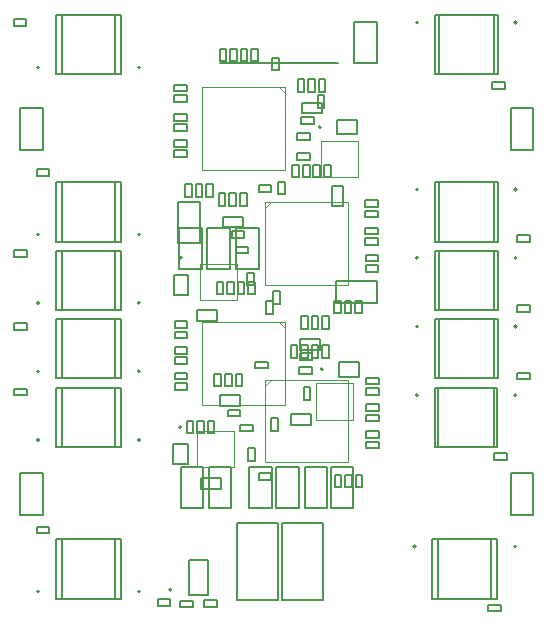
<source format=gbr>
%TF.GenerationSoftware,Altium Limited,Altium Designer,20.2.3 (150)*%
G04 Layer_Color=16711935*
%FSLAX26Y26*%
%MOIN*%
%TF.SameCoordinates,1E0D65CC-F0FE-4DFC-A0D5-6D9DD74121E6*%
%TF.FilePolarity,Positive*%
%TF.FileFunction,Other,Mechanical_13*%
%TF.Part,Single*%
G01*
G75*
%TA.AperFunction,NonConductor*%
%ADD55C,0.007874*%
%ADD57C,0.005000*%
%ADD88C,0.003937*%
%ADD89C,0.001000*%
D55*
X1316386Y1800000D02*
G03*
X1316386Y1800000I-3937J0D01*
G01*
X376725Y1442197D02*
G03*
X376725Y1442197I-3937J0D01*
G01*
Y1214197D02*
G03*
X376725Y1214197I-3937J0D01*
G01*
Y1999197D02*
G03*
X376725Y1999197I-3937J0D01*
G01*
X1968417Y1363803D02*
G03*
X1968417Y1363803I-3937J0D01*
G01*
Y1591803D02*
G03*
X1968417Y1591803I-3937J0D01*
G01*
Y2148803D02*
G03*
X1968417Y2148803I-3937J0D01*
G01*
X1322386Y993000D02*
G03*
X1322386Y993000I-3937J0D01*
G01*
X376803Y986197D02*
G03*
X376803Y986197I-3937J0D01*
G01*
X376725Y757197D02*
G03*
X376725Y757197I-3937J0D01*
G01*
Y252197D02*
G03*
X376725Y252197I-3937J0D01*
G01*
X713149Y986197D02*
G03*
X713149Y986197I-3937J0D01*
G01*
Y757197D02*
G03*
X713149Y757197I-3937J0D01*
G01*
X713150Y252197D02*
G03*
X713150Y252197I-3937J0D01*
G01*
X1967417Y906803D02*
G03*
X1967417Y906803I-3937J0D01*
G01*
X1968417Y1135803D02*
G03*
X1968417Y1135803I-3937J0D01*
G01*
X1639724D02*
G03*
X1639724Y1135803I-3937J0D01*
G01*
X1967417Y401803D02*
G03*
X1967417Y401803I-3937J0D01*
G01*
X817055Y257661D02*
G03*
X817055Y257661I-3937J0D01*
G01*
X713149Y1214197D02*
G03*
X713149Y1214197I-3937J0D01*
G01*
Y1442197D02*
G03*
X713149Y1442197I-3937J0D01*
G01*
Y1999197D02*
G03*
X713149Y1999197I-3937J0D01*
G01*
X853322Y1364263D02*
G03*
X853322Y1364263I-3937J0D01*
G01*
X1639457Y1363803D02*
G03*
X1639457Y1363803I-3937J0D01*
G01*
Y1591803D02*
G03*
X1639457Y1591803I-3937J0D01*
G01*
X1639724Y2148803D02*
G03*
X1639724Y2148803I-3937J0D01*
G01*
X850937Y799551D02*
G03*
X850937Y799551I-3937J0D01*
G01*
X1631457Y401803D02*
G03*
X1631457Y401803I-3937J0D01*
G01*
X1639457Y906803D02*
G03*
X1639457Y906803I-3937J0D01*
G01*
X979724Y2012795D02*
X1373425D01*
D57*
X1327024Y1865134D02*
Y1906866D01*
X1304976Y1865134D02*
Y1906866D01*
X1327024D01*
X1304976Y1865134D02*
X1327024D01*
X1033598Y1327102D02*
Y1464898D01*
X1108402Y1327102D02*
Y1464898D01*
X1033598D02*
X1108402D01*
X1033598Y1327102D02*
X1108402D01*
X924402Y529102D02*
Y666898D01*
X849598Y529102D02*
Y666898D01*
Y529102D02*
X924402D01*
X849598Y666898D02*
X924402D01*
X937598Y1327102D02*
Y1464898D01*
X1012402Y1327102D02*
Y1464898D01*
X937598D02*
X1012402D01*
X937598Y1327102D02*
X1012402D01*
X843598D02*
Y1464898D01*
X918402Y1327102D02*
Y1464898D01*
X843598D02*
X918402D01*
X843598Y1327102D02*
X918402D01*
X1017402Y529102D02*
Y666898D01*
X942598Y529102D02*
Y666898D01*
Y529102D02*
X1017402D01*
X942598Y666898D02*
X1017402D01*
X1151402Y529102D02*
Y666898D01*
X1076598Y529102D02*
Y666898D01*
Y529102D02*
X1151402D01*
X1076598Y666898D02*
X1151402D01*
X1242402Y529102D02*
Y666898D01*
X1167598Y529102D02*
Y666898D01*
Y529102D02*
X1242402D01*
X1167598Y666898D02*
X1242402D01*
X1336402Y529102D02*
Y666898D01*
X1261598Y529102D02*
Y666898D01*
Y529102D02*
X1336402D01*
X1261598Y666898D02*
X1336402D01*
X1424402Y529102D02*
Y666898D01*
X1349598Y529102D02*
Y666898D01*
Y529102D02*
X1424402D01*
X1349598Y666898D02*
X1424402D01*
X1366102Y1288402D02*
X1503898D01*
X1366102Y1213598D02*
X1503898D01*
Y1288402D01*
X1366102Y1213598D02*
Y1288402D01*
X388402Y1725102D02*
Y1862898D01*
X313598Y1725102D02*
Y1862898D01*
Y1725102D02*
X388402D01*
X313598Y1862898D02*
X388402D01*
X2024402Y1725102D02*
Y1862898D01*
X1949598Y1725102D02*
Y1862898D01*
Y1725102D02*
X2024402D01*
X1949598Y1862898D02*
X2024402D01*
Y508102D02*
Y645898D01*
X1949598Y508102D02*
Y645898D01*
Y508102D02*
X2024402D01*
X1949598Y645898D02*
X2024402D01*
X388402Y508102D02*
Y645898D01*
X313598Y508102D02*
Y645898D01*
Y508102D02*
X388402D01*
X313598Y645898D02*
X388402D01*
X1949598Y1725102D02*
Y1862898D01*
X2024402Y1725102D02*
Y1862898D01*
X1949598Y1725102D02*
X2024402D01*
X1949598Y1862898D02*
X2024402D01*
X313598Y1725102D02*
Y1862898D01*
X388402Y1725102D02*
Y1862898D01*
X313598Y1725102D02*
X388402D01*
X313598Y1862898D02*
X388402D01*
X313598Y508102D02*
Y645898D01*
X388402Y508102D02*
Y645898D01*
X313598Y508102D02*
X388402D01*
X313598Y645898D02*
X388402D01*
X1949598Y508102D02*
Y645898D01*
X2024402Y508102D02*
Y645898D01*
X1949598Y508102D02*
X2024402D01*
X1949598Y645898D02*
X2024402D01*
X1426598Y2012102D02*
Y2149898D01*
X1501402Y2012102D02*
Y2149898D01*
X1426598Y2012102D02*
X1501402D01*
X1426598Y2149898D02*
X1501402D01*
X839598Y1414102D02*
Y1551898D01*
X914402Y1414102D02*
Y1551898D01*
X839598Y1414102D02*
X914402D01*
X839598Y1551898D02*
X914402D01*
X1277866Y1690976D02*
Y1713024D01*
X1236134Y1690976D02*
Y1713024D01*
X1277866D01*
X1236134Y1690976D02*
X1277866D01*
X1369535Y1824606D02*
X1436465D01*
Y1775394D02*
Y1824606D01*
X1369535Y1775394D02*
X1436465D01*
X1369535D02*
Y1824606D01*
X1353284Y1537535D02*
Y1604465D01*
X1388716Y1537535D02*
Y1604465D01*
X1353284D02*
X1388716D01*
X1353284Y1537535D02*
X1388716D01*
X1153976Y2030866D02*
X1176024D01*
X1153976Y1989134D02*
X1176024D01*
X1153976D02*
Y2030866D01*
X1176024Y1989134D02*
Y2030866D01*
X1173976Y1576134D02*
X1196024D01*
X1173976Y1617866D02*
X1196024D01*
Y1576134D02*
Y1617866D01*
X1173976Y1576134D02*
Y1617866D01*
X978976Y2061866D02*
X1001024D01*
X978976Y2020134D02*
X1001024D01*
X978976D02*
Y2061866D01*
X1001024Y2020134D02*
Y2061866D01*
X1292866Y1810976D02*
Y1833024D01*
X1251134Y1810976D02*
Y1833024D01*
X1292866D01*
X1251134Y1810976D02*
X1292866D01*
X1253535Y1846284D02*
X1320465D01*
X1253535Y1881716D02*
X1320465D01*
X1253535Y1846284D02*
Y1881716D01*
X1320465Y1846284D02*
Y1881716D01*
X1277866Y1757976D02*
Y1780024D01*
X1236134Y1757976D02*
Y1780024D01*
X1277866D01*
X1236134Y1757976D02*
X1277866D01*
X898976Y1609858D02*
X921024D01*
X898976Y1568126D02*
X921024D01*
X898976D02*
Y1609858D01*
X921024Y1568126D02*
Y1609858D01*
X863976Y1568126D02*
X886024D01*
X863976Y1609858D02*
X886024D01*
Y1568126D02*
Y1609858D01*
X863976Y1568126D02*
Y1609858D01*
X933976D02*
X956024D01*
X933976Y1568126D02*
X956024D01*
X933976D02*
Y1609858D01*
X956024Y1568126D02*
Y1609858D01*
X1308976Y1917134D02*
X1331024D01*
X1308976Y1958866D02*
X1331024D01*
Y1917134D02*
Y1958866D01*
X1308976Y1917134D02*
Y1958866D01*
X1273976D02*
X1296024D01*
X1273976Y1917134D02*
X1296024D01*
X1273976D02*
Y1958866D01*
X1296024Y1917134D02*
Y1958866D01*
X1238976D02*
X1261024D01*
X1238976Y1917134D02*
X1261024D01*
X1238976D02*
Y1958866D01*
X1261024Y1917134D02*
Y1958866D01*
X827134Y1734976D02*
Y1757024D01*
X868866Y1734976D02*
Y1757024D01*
X827134Y1734976D02*
X868866D01*
X827134Y1757024D02*
X868866D01*
X827134Y1699976D02*
Y1722024D01*
X868866Y1699976D02*
Y1722024D01*
X827134Y1699976D02*
X868866D01*
X827134Y1722024D02*
X868866D01*
X827134Y1821976D02*
Y1844024D01*
X868866Y1821976D02*
Y1844024D01*
X827134Y1821976D02*
X868866D01*
X827134Y1844024D02*
X868866D01*
X827134Y1786976D02*
Y1809024D01*
X868866Y1786976D02*
Y1809024D01*
X827134Y1786976D02*
X868866D01*
X827134Y1809024D02*
X868866D01*
X827134Y1918976D02*
Y1941024D01*
X868866Y1918976D02*
Y1941024D01*
X827134Y1918976D02*
X868866D01*
X827134Y1941024D02*
X868866D01*
X827134Y1883976D02*
Y1906024D01*
X868866Y1883976D02*
Y1906024D01*
X827134Y1883976D02*
X868866D01*
X827134Y1906024D02*
X868866D01*
X335866Y1366976D02*
Y1389024D01*
X294134Y1366976D02*
Y1389024D01*
X335866D01*
X294134Y1366976D02*
X335866D01*
X368134Y1636976D02*
Y1659024D01*
X409866Y1636976D02*
Y1659024D01*
X368134Y1636976D02*
X409866D01*
X368134Y1659024D02*
X409866D01*
X1013976Y2061866D02*
X1036024D01*
X1013976Y2020134D02*
X1036024D01*
X1013976D02*
Y2061866D01*
X1036024Y2020134D02*
Y2061866D01*
X1048976Y2020134D02*
X1071024D01*
X1048976Y2061866D02*
X1071024D01*
Y2020134D02*
Y2061866D01*
X1048976Y2020134D02*
Y2061866D01*
X1083976Y2020134D02*
X1106024D01*
X1083976Y2061866D02*
X1106024D01*
Y2020134D02*
Y2061866D01*
X1083976Y2020134D02*
Y2061866D01*
X333866Y2136976D02*
Y2159024D01*
X292134Y2136976D02*
Y2159024D01*
X333866D01*
X292134Y2136976D02*
X333866D01*
X431843Y1418575D02*
Y1615425D01*
X628693D01*
Y1418575D02*
Y1615425D01*
X431843Y1418575D02*
X628693D01*
X431843Y1190575D02*
Y1387425D01*
X628693D01*
Y1190575D02*
Y1387425D01*
X431843Y1190575D02*
X628693D01*
X431843Y1975575D02*
Y2172425D01*
X628693D01*
Y1975575D02*
Y2172425D01*
X431843Y1975575D02*
X628693D01*
X1970134Y1184976D02*
Y1207024D01*
X2011866Y1184976D02*
Y1207024D01*
X1970134Y1184976D02*
X2011866D01*
X1970134Y1207024D02*
X2011866D01*
X1970134Y1416976D02*
Y1439024D01*
X2011866Y1416976D02*
Y1439024D01*
X1970134Y1416976D02*
X2011866D01*
X1970134Y1439024D02*
X2011866D01*
X1927866Y1927976D02*
Y1950024D01*
X1886134Y1927976D02*
Y1950024D01*
X1927866D01*
X1886134Y1927976D02*
X1927866D01*
X988535Y1466284D02*
Y1501716D01*
X1055465Y1466284D02*
Y1501716D01*
X988535D02*
X1055465D01*
X988535Y1466284D02*
X1055465D01*
X1905425Y1190575D02*
Y1387425D01*
X1708575Y1190575D02*
X1905425D01*
X1708575D02*
Y1387425D01*
X1905425D01*
Y1418575D02*
Y1615425D01*
X1708575Y1418575D02*
X1905425D01*
X1708575D02*
Y1615425D01*
X1905425D01*
Y1975575D02*
Y2172425D01*
X1708575Y1975575D02*
X1905425D01*
X1708575D02*
Y2172425D01*
X1905425D01*
X938976Y821866D02*
X961024D01*
X938976Y780134D02*
X961024D01*
X938976D02*
Y821866D01*
X961024Y780134D02*
Y821866D01*
X903976Y821858D02*
X926024D01*
X903976Y780126D02*
X926024D01*
X903976D02*
Y821858D01*
X926024Y780126D02*
Y821858D01*
X868976Y780134D02*
X891024D01*
X868976Y821866D02*
X891024D01*
Y780134D02*
Y821866D01*
X868976Y780134D02*
Y821866D01*
X1319976Y1128142D02*
X1342024D01*
X1319976Y1169874D02*
X1342024D01*
Y1128142D02*
Y1169874D01*
X1319976Y1128142D02*
Y1169874D01*
X1249976Y1169866D02*
X1272024D01*
X1249976Y1128134D02*
X1272024D01*
X1249976D02*
Y1169866D01*
X1272024Y1128134D02*
Y1169866D01*
X1284976D02*
X1307024D01*
X1284976Y1128134D02*
X1307024D01*
X1284976D02*
Y1169866D01*
X1307024Y1128134D02*
Y1169866D01*
X1072976Y1242134D02*
X1095024D01*
X1072976Y1283866D02*
X1095024D01*
Y1242134D02*
Y1283866D01*
X1072976Y1242134D02*
Y1283866D01*
X1037976Y1242134D02*
X1060024D01*
X1037976Y1283866D02*
X1060024D01*
Y1242134D02*
Y1283866D01*
X1037976Y1242134D02*
Y1283866D01*
X1002976D02*
X1025024D01*
X1002976Y1242134D02*
X1025024D01*
X1002976D02*
Y1283866D01*
X1025024Y1242134D02*
Y1283866D01*
X967976D02*
X990024D01*
X967976Y1242134D02*
X990024D01*
X967976D02*
Y1283866D01*
X990024Y1242134D02*
Y1283866D01*
X1149976Y788134D02*
X1172024D01*
X1149976Y829866D02*
X1172024D01*
Y788134D02*
Y829866D01*
X1149976Y788134D02*
Y829866D01*
X368134Y445976D02*
Y468024D01*
X409866Y445976D02*
Y468024D01*
X368134Y445976D02*
X409866D01*
X368134Y468024D02*
X409866D01*
X334866Y905976D02*
Y928024D01*
X293134Y905976D02*
Y928024D01*
X334866D01*
X293134Y905976D02*
X334866D01*
Y1124976D02*
Y1147024D01*
X293134Y1124976D02*
Y1147024D01*
X334866D01*
X293134Y1124976D02*
X334866D01*
X1313465Y1057284D02*
Y1092716D01*
X1246535Y1057284D02*
Y1092716D01*
X1313465D01*
X1246535Y1057284D02*
X1313465D01*
X979535Y870284D02*
Y905716D01*
X1046465Y870284D02*
Y905716D01*
X979535D02*
X1046465D01*
X979535Y870284D02*
X1046465D01*
X1258976Y891134D02*
X1281024D01*
X1258976Y932866D02*
X1281024D01*
Y891134D02*
Y932866D01*
X1258976Y891134D02*
Y932866D01*
X1217535Y842716D02*
X1284465D01*
X1217535Y807284D02*
X1284465D01*
Y842716D01*
X1217535Y807284D02*
Y842716D01*
X1375535Y1017606D02*
X1442465D01*
Y968394D02*
Y1017606D01*
X1375535Y968394D02*
X1442465D01*
X1375535D02*
Y1017606D01*
X1286866Y1024976D02*
Y1047024D01*
X1245134Y1024976D02*
Y1047024D01*
X1286866D01*
X1245134Y1024976D02*
X1286866D01*
X1285866Y976976D02*
Y999024D01*
X1244134Y976976D02*
Y999024D01*
X1285866D01*
X1244134Y976976D02*
X1285866D01*
X1155976Y1252866D02*
X1178024D01*
X1155976Y1211134D02*
X1178024D01*
X1155976D02*
Y1252866D01*
X1178024Y1211134D02*
Y1252866D01*
X829134Y923976D02*
Y946024D01*
X870866Y923976D02*
Y946024D01*
X829134Y923976D02*
X870866D01*
X829134Y946024D02*
X870866D01*
X829134Y1009976D02*
Y1032024D01*
X870866Y1009976D02*
Y1032024D01*
X829134Y1009976D02*
X870866D01*
X829134Y1032024D02*
X870866D01*
X829134Y1095976D02*
Y1118024D01*
X870866Y1095976D02*
Y1118024D01*
X829134Y1095976D02*
X870866D01*
X829134Y1118024D02*
X870866D01*
X829134Y1044976D02*
Y1067024D01*
X870866Y1044976D02*
Y1067024D01*
X829134Y1044976D02*
X870866D01*
X829134Y1067024D02*
X870866D01*
X829134Y1130976D02*
Y1153024D01*
X870866Y1130976D02*
Y1153024D01*
X829134Y1130976D02*
X870866D01*
X829134Y1153024D02*
X870866D01*
X829142Y958976D02*
Y981024D01*
X870874Y958976D02*
Y981024D01*
X829142Y958976D02*
X870874D01*
X829142Y981024D02*
X870874D01*
X431921Y962575D02*
Y1159425D01*
X628772D01*
Y962575D02*
Y1159425D01*
X431921Y962575D02*
X628772D01*
X431843Y733575D02*
Y930425D01*
X628693D01*
Y733575D02*
Y930425D01*
X431843Y733575D02*
X628693D01*
X431843Y228575D02*
Y425425D01*
X628693D01*
Y228575D02*
Y425425D01*
X431843Y228575D02*
X628693D01*
X650157Y962575D02*
Y1159425D01*
X453307D02*
X650157D01*
X453307Y962575D02*
Y1159425D01*
Y962575D02*
X650157D01*
Y733575D02*
Y930425D01*
X453307D02*
X650157D01*
X453307Y733575D02*
Y930425D01*
Y733575D02*
X650157D01*
X650158Y228575D02*
Y425425D01*
X453307D02*
X650158D01*
X453307Y228575D02*
Y425425D01*
Y228575D02*
X650158D01*
X1707575Y930425D02*
X1904425D01*
X1707575Y733575D02*
Y930425D01*
Y733575D02*
X1904425D01*
Y930425D01*
X1708575Y1159425D02*
X1905425D01*
X1708575Y962575D02*
Y1159425D01*
Y962575D02*
X1905425D01*
Y1159425D01*
X1694842D02*
X1891693D01*
Y962575D02*
Y1159425D01*
X1694842Y962575D02*
X1891693D01*
X1694842D02*
Y1159425D01*
X1873134Y185976D02*
X1914866D01*
X1873134Y208024D02*
X1914866D01*
X1873134Y185976D02*
Y208024D01*
X1914866Y185976D02*
Y208024D01*
X1894134Y690976D02*
X1935866D01*
X1894134Y713024D02*
X1935866D01*
X1894134Y690976D02*
Y713024D01*
X1935866Y690976D02*
Y713024D01*
X1970134Y981024D02*
X2011866D01*
X1970134Y958976D02*
X2011866D01*
Y981024D01*
X1970134Y958976D02*
Y981024D01*
X1707575Y425425D02*
X1904425D01*
X1707575Y228575D02*
Y425425D01*
Y228575D02*
X1904425D01*
Y425425D01*
X927134Y224024D02*
X968866D01*
X927134Y201976D02*
X968866D01*
Y224024D01*
X927134Y201976D02*
Y224024D01*
X772134Y227024D02*
X813866D01*
X772134Y204976D02*
X813866D01*
Y227024D01*
X772134Y204976D02*
Y227024D01*
X847134Y221024D02*
X888866D01*
X847134Y198976D02*
X888866D01*
Y221024D01*
X847134Y198976D02*
Y221024D01*
X876504Y241913D02*
Y356087D01*
X939496Y241913D02*
Y356087D01*
X876504Y241913D02*
X939496D01*
X876504Y356087D02*
X939496D01*
X1185890Y224047D02*
Y479953D01*
X1322110Y224047D02*
Y479953D01*
X1185890D02*
X1322110D01*
X1185890Y224047D02*
X1322110D01*
X1035890D02*
Y479953D01*
X1172110Y224047D02*
Y479953D01*
X1035890D02*
X1172110D01*
X1035890Y224047D02*
X1172110D01*
X453307Y1190575D02*
X650157D01*
X453307D02*
Y1387425D01*
X650157D01*
Y1190575D02*
Y1387425D01*
X453307Y1418575D02*
X650157D01*
X453307D02*
Y1615425D01*
X650157D01*
Y1418575D02*
Y1615425D01*
X453307Y1975575D02*
X650157D01*
X453307D02*
Y2172425D01*
X650157D01*
Y1975575D02*
Y2172425D01*
X1452024Y1180134D02*
Y1221866D01*
X1429976Y1180134D02*
Y1221866D01*
X1452024D01*
X1429976Y1180134D02*
X1452024D01*
X1359976Y1180142D02*
Y1221874D01*
X1382024Y1180142D02*
Y1221874D01*
X1359976Y1180142D02*
X1382024D01*
X1359976Y1221874D02*
X1382024D01*
X997024Y1537126D02*
Y1578858D01*
X974976Y1537126D02*
Y1578858D01*
X997024D01*
X974976Y1537126D02*
X997024D01*
X1046976Y1537134D02*
Y1578866D01*
X1069024Y1537134D02*
Y1578866D01*
X1046976Y1537134D02*
X1069024D01*
X1046976Y1578866D02*
X1069024D01*
X1290976Y1633126D02*
Y1674858D01*
X1313024Y1633126D02*
Y1674858D01*
X1290976Y1633126D02*
X1313024D01*
X1290976Y1674858D02*
X1313024D01*
X1243024Y1633134D02*
Y1674866D01*
X1220976Y1633134D02*
Y1674866D01*
X1243024D01*
X1220976Y1633134D02*
X1243024D01*
X1325976D02*
Y1674866D01*
X1348024Y1633134D02*
Y1674866D01*
X1325976Y1633134D02*
X1348024D01*
X1325976Y1674866D02*
X1348024D01*
X1018134Y1431976D02*
X1059866D01*
X1018134Y1454024D02*
X1059866D01*
Y1431976D02*
Y1454024D01*
X1018134Y1431976D02*
Y1454024D01*
X1032134Y1378976D02*
X1073866D01*
X1032134Y1401024D02*
X1073866D01*
Y1378976D02*
Y1401024D01*
X1032134Y1378976D02*
Y1401024D01*
X1394976Y1180134D02*
Y1221866D01*
X1417024Y1180134D02*
Y1221866D01*
X1394976Y1180134D02*
X1417024D01*
X1394976Y1221866D02*
X1417024D01*
X1010976Y1537134D02*
Y1578866D01*
X1033024Y1537134D02*
Y1578866D01*
X1010976Y1537134D02*
X1033024D01*
X1010976Y1578866D02*
X1033024D01*
X1278024Y1633134D02*
Y1674866D01*
X1255976Y1633134D02*
Y1674866D01*
X1278024D01*
X1255976Y1633134D02*
X1278024D01*
X1108134Y1584976D02*
X1149866D01*
X1108134Y1607024D02*
X1149866D01*
Y1584976D02*
Y1607024D01*
X1108134Y1584976D02*
Y1607024D01*
X1464134Y1521024D02*
X1505866D01*
X1464134Y1498976D02*
X1505866D01*
X1464134D02*
Y1521024D01*
X1505866Y1498976D02*
Y1521024D01*
X1464134Y1430024D02*
X1505866D01*
X1464134Y1407976D02*
X1505866D01*
X1464134D02*
Y1430024D01*
X1505866Y1407976D02*
Y1430024D01*
X824778Y1307177D02*
X873991D01*
Y1240248D02*
Y1307177D01*
X824778Y1240248D02*
X873991D01*
X824778D02*
Y1307177D01*
X1093024Y1273134D02*
Y1314866D01*
X1070976Y1273134D02*
Y1314866D01*
X1093024D01*
X1070976Y1273134D02*
X1093024D01*
X901535Y1153284D02*
Y1188716D01*
X968465Y1153284D02*
Y1188716D01*
X901535D02*
X968465D01*
X901535Y1153284D02*
X968465D01*
X1465134Y1340024D02*
X1506866D01*
X1465134Y1317976D02*
X1506866D01*
X1465134D02*
Y1340024D01*
X1506866Y1317976D02*
Y1340024D01*
X1694575Y1387425D02*
X1891425D01*
Y1190575D02*
Y1387425D01*
X1694575Y1190575D02*
X1891425D01*
X1694575D02*
Y1387425D01*
Y1615425D02*
X1891425D01*
Y1418575D02*
Y1615425D01*
X1694575Y1418575D02*
X1891425D01*
X1694575D02*
Y1615425D01*
X1694842Y2172425D02*
X1891693D01*
Y1975575D02*
Y2172425D01*
X1694842Y1975575D02*
X1891693D01*
X1694842D02*
Y2172425D01*
X1465134Y1375024D02*
X1506866D01*
X1465134Y1352976D02*
X1506866D01*
X1465134D02*
Y1375024D01*
X1506866Y1352976D02*
Y1375024D01*
X1464134Y1465024D02*
X1505866D01*
X1464134Y1442976D02*
X1505866D01*
X1464134D02*
Y1465024D01*
X1505866Y1442976D02*
Y1465024D01*
X1464134Y1556024D02*
X1505866D01*
X1464134Y1533976D02*
X1505866D01*
X1464134D02*
Y1556024D01*
X1505866Y1533976D02*
Y1556024D01*
X1155024Y1177134D02*
Y1218866D01*
X1132976Y1177134D02*
Y1218866D01*
X1155024D01*
X1132976Y1177134D02*
X1155024D01*
X1454024Y599134D02*
Y640866D01*
X1431976Y599134D02*
Y640866D01*
X1454024D01*
X1431976Y599134D02*
X1454024D01*
X1361976D02*
Y640866D01*
X1384024Y599134D02*
Y640866D01*
X1361976Y599134D02*
X1384024D01*
X1361976Y640866D02*
X1384024D01*
X983024Y936134D02*
Y977866D01*
X960976Y936134D02*
Y977866D01*
X983024D01*
X960976Y936134D02*
X983024D01*
X1031976D02*
Y977866D01*
X1054024Y936134D02*
Y977866D01*
X1031976Y936134D02*
X1054024D01*
X1031976Y977866D02*
X1054024D01*
X1284976Y1031134D02*
Y1072866D01*
X1307024Y1031134D02*
Y1072866D01*
X1284976Y1031134D02*
X1307024D01*
X1284976Y1072866D02*
X1307024D01*
X1237024Y1031134D02*
Y1072866D01*
X1214976Y1031134D02*
Y1072866D01*
X1237024D01*
X1214976Y1031134D02*
X1237024D01*
X1319976D02*
Y1072866D01*
X1342024Y1031134D02*
Y1072866D01*
X1319976Y1031134D02*
X1342024D01*
X1319976Y1072866D02*
X1342024D01*
X1005134Y835976D02*
X1046866D01*
X1005134Y858024D02*
X1046866D01*
Y835976D02*
Y858024D01*
X1005134Y835976D02*
Y858024D01*
X1047134Y785976D02*
X1088866D01*
X1047134Y808024D02*
X1088866D01*
Y785976D02*
Y808024D01*
X1047134Y785976D02*
Y808024D01*
X1396976Y599134D02*
Y640866D01*
X1419024Y599134D02*
Y640866D01*
X1396976Y599134D02*
X1419024D01*
X1396976Y640866D02*
X1419024D01*
X995976Y936134D02*
Y977866D01*
X1018024Y936134D02*
Y977866D01*
X995976Y936134D02*
X1018024D01*
X995976Y977866D02*
X1018024D01*
X1272024Y1031134D02*
Y1072866D01*
X1249976Y1031134D02*
Y1072866D01*
X1272024D01*
X1249976Y1031134D02*
X1272024D01*
X1096134Y995976D02*
X1137866D01*
X1096134Y1018024D02*
X1137866D01*
Y995976D02*
Y1018024D01*
X1096134Y995976D02*
Y1018024D01*
X1466134Y930024D02*
X1507866D01*
X1466134Y907976D02*
X1507866D01*
X1466134D02*
Y930024D01*
X1507866Y907976D02*
Y930024D01*
X1466134Y841024D02*
X1507866D01*
X1466134Y818976D02*
X1507866D01*
X1466134D02*
Y841024D01*
X1507866Y818976D02*
Y841024D01*
X822394Y742465D02*
X871606D01*
Y675535D02*
Y742465D01*
X822394Y675535D02*
X871606D01*
X822394D02*
Y742465D01*
X1095024Y687134D02*
Y728866D01*
X1072976Y687134D02*
Y728866D01*
X1095024D01*
X1072976Y687134D02*
X1095024D01*
X915535Y594284D02*
Y629716D01*
X982465Y594284D02*
Y629716D01*
X915535D02*
X982465D01*
X915535Y594284D02*
X982465D01*
X1466134Y751024D02*
X1507866D01*
X1466134Y728976D02*
X1507866D01*
X1466134D02*
Y751024D01*
X1507866Y728976D02*
Y751024D01*
X1108134Y624976D02*
X1149866D01*
X1108134Y647024D02*
X1149866D01*
Y624976D02*
Y647024D01*
X1108134Y624976D02*
Y647024D01*
X1686575Y425425D02*
X1883425D01*
Y228575D02*
Y425425D01*
X1686575Y228575D02*
X1883425D01*
X1686575D02*
Y425425D01*
X1694575Y930425D02*
X1891425D01*
Y733575D02*
Y930425D01*
X1694575Y733575D02*
X1891425D01*
X1694575D02*
Y930425D01*
X1466134Y786024D02*
X1507866D01*
X1466134Y763976D02*
X1507866D01*
X1466134D02*
Y786024D01*
X1507866Y763976D02*
Y786024D01*
X1466134Y876024D02*
X1507866D01*
X1466134Y853976D02*
X1507866D01*
X1466134D02*
Y876024D01*
X1507866Y853976D02*
Y876024D01*
X1466134Y965024D02*
X1507866D01*
X1466134Y942976D02*
X1507866D01*
X1466134D02*
Y965024D01*
X1507866Y942976D02*
Y965024D01*
D88*
X919205Y1150795D02*
X1194795D01*
X919205Y875205D02*
Y1150795D01*
Y875205D02*
X1194795D01*
Y1150795D01*
X1175110D02*
X1194795Y1131110D01*
X1175110Y1932622D02*
X1194795Y1912937D01*
Y1657032D02*
Y1932622D01*
X919205Y1657032D02*
X1194795D01*
X919205D02*
Y1932622D01*
X1194795D01*
X1130205Y1549622D02*
X1405795D01*
Y1274032D02*
Y1549622D01*
X1130205Y1274032D02*
X1405795D01*
X1130205D02*
Y1549622D01*
Y1529937D02*
X1149890Y1549622D01*
X1130205Y957795D02*
X1405795D01*
Y682205D02*
Y957795D01*
X1130205Y682205D02*
X1405795D01*
X1130205D02*
Y957795D01*
Y938110D02*
X1149890Y957795D01*
D89*
X1317000Y1754000D02*
X1439000D01*
X1317000Y1632000D02*
Y1754000D01*
Y1632000D02*
X1439000D01*
Y1754000D01*
X1301000Y946000D02*
X1423000D01*
X1301000Y824000D02*
Y946000D01*
Y824000D02*
X1423000D01*
Y946000D01*
X913000Y1222000D02*
Y1344000D01*
Y1222000D02*
X1035000D01*
Y1344000D01*
X913000D02*
X1035000D01*
X904000Y666000D02*
Y788000D01*
Y666000D02*
X1026000D01*
Y788000D01*
X904000D02*
X1026000D01*
%TF.MD5,d05cd5f9ddad7c0a97c152179eec730a*%
M02*

</source>
